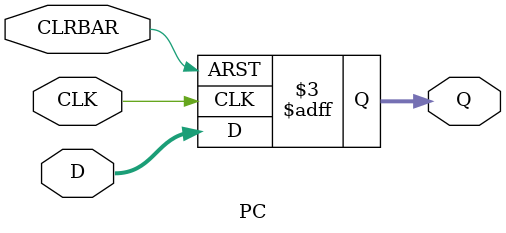
<source format=v>
module PC (
    input wire CLK, CLRBAR,
    input wire [15:0] D,
    output reg [15:0] Q);
    
    always @(posedge CLK, negedge CLRBAR)
        if (~CLRBAR)
            Q <= 16'h0000;
        else
            Q <= D;
        
endmodule
</source>
